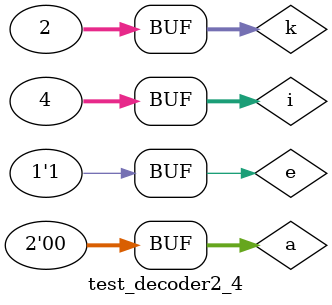
<source format=v>
module test_decoder2_4;
reg [1:0] a;
reg e;
wire [3:0] y;

decoder2_4 c(a,e,y);
integer i,k;
initial begin
a=0;
e=0;
for(k=0;k<2;k=k+1)
begin
for(i=0;i<4;i=i+1)
begin
#2 a=a+1;
end
e=1;
end
end
endmodule

</source>
